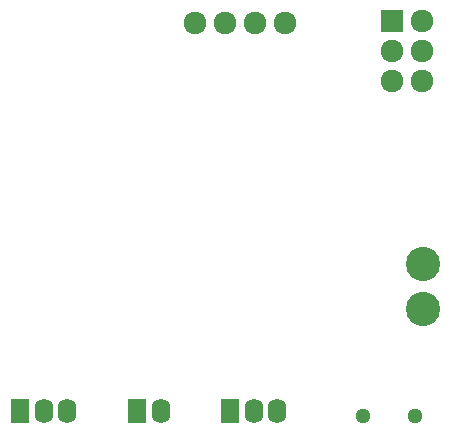
<source format=gbs>
G04 #@! TF.FileFunction,Soldermask,Bot*
%FSLAX46Y46*%
G04 Gerber Fmt 4.6, Leading zero omitted, Abs format (unit mm)*
G04 Created by KiCad (PCBNEW 0.201503230816+5530~22~ubuntu14.04.1-product) date Mi 02 Sep 2015 16:53:48 CEST*
%MOMM*%
G01*
G04 APERTURE LIST*
%ADD10C,0.150000*%
%ADD11R,1.924000X1.924000*%
%ADD12C,1.924000*%
%ADD13R,1.598880X2.099260*%
%ADD14O,1.598880X2.099260*%
%ADD15C,1.299160*%
%ADD16C,2.899360*%
G04 APERTURE END LIST*
D10*
D11*
X34544000Y38100000D03*
D12*
X37084000Y38100000D03*
X34544000Y35560000D03*
X37084000Y35560000D03*
X34544000Y33020000D03*
X37084000Y33020000D03*
D13*
X3081020Y5080000D03*
D14*
X5080000Y5080000D03*
X7078980Y5080000D03*
D13*
X20861020Y5080000D03*
D14*
X22860000Y5080000D03*
X24858980Y5080000D03*
D13*
X12969240Y5080000D03*
D14*
X14970760Y5080000D03*
D15*
X32090360Y4660900D03*
X36489640Y4660900D03*
D16*
X37211000Y17526000D03*
X37211000Y13716000D03*
D12*
X25527000Y37973000D03*
X22987000Y37973000D03*
X20447000Y37973000D03*
X17907000Y37973000D03*
M02*

</source>
